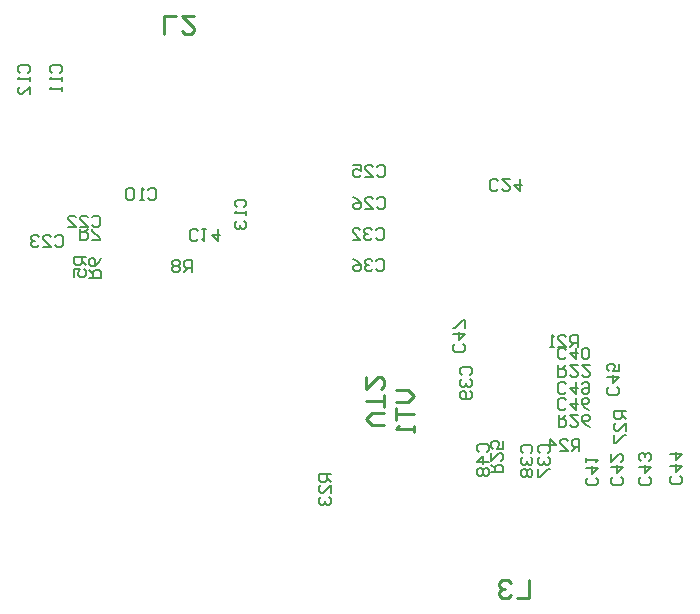
<source format=gbr>
%TF.GenerationSoftware,Altium Limited,Altium Designer,22.5.1 (42)*%
G04 Layer_Color=32896*
%FSLAX44Y44*%
%MOMM*%
%TF.SameCoordinates,B102F14A-A54C-4FC6-BF91-0F17097562DF*%
%TF.FilePolarity,Positive*%
%TF.FileFunction,Other,Bottom_Designator*%
%TF.Part,Single*%
G01*
G75*
%TA.AperFunction,NonConductor*%
%ADD68C,0.2000*%
%ADD71C,0.2540*%
%ADD72C,0.1270*%
D68*
X-313250Y105750D02*
X-323247D01*
Y100752D01*
X-321581Y99086D01*
X-318248D01*
X-316582Y100752D01*
Y105750D01*
Y102418D02*
X-313250Y99086D01*
X-323247Y89089D02*
Y95753D01*
X-318248D01*
X-319914Y92421D01*
Y90755D01*
X-318248Y89089D01*
X-314916D01*
X-313250Y90755D01*
Y94087D01*
X-314916Y95753D01*
X-369081Y262085D02*
X-370747Y263752D01*
Y267084D01*
X-369081Y268750D01*
X-362416D01*
X-360750Y267084D01*
Y263752D01*
X-362416Y262085D01*
X-360750Y258753D02*
Y255421D01*
Y257087D01*
X-370747D01*
X-369081Y258753D01*
X-360750Y243758D02*
Y250423D01*
X-367415Y243758D01*
X-369081D01*
X-370747Y245424D01*
Y248756D01*
X-369081Y250423D01*
X-341831Y262085D02*
X-343497Y263752D01*
Y267084D01*
X-341831Y268750D01*
X-335166D01*
X-333500Y267084D01*
Y263752D01*
X-335166Y262085D01*
X-333500Y258753D02*
Y255421D01*
Y257087D01*
X-343497D01*
X-341831Y258753D01*
X-333500Y250422D02*
Y247090D01*
Y248756D01*
X-343497D01*
X-341831Y250422D01*
X35824Y163619D02*
X34158Y161953D01*
X30826D01*
X29160Y163619D01*
Y170284D01*
X30826Y171950D01*
X34158D01*
X35824Y170284D01*
X45821Y171950D02*
X39157D01*
X45821Y165285D01*
Y163619D01*
X44155Y161953D01*
X40823D01*
X39157Y163619D01*
X54152Y171950D02*
Y161953D01*
X49153Y166952D01*
X55818D01*
X-185581Y148085D02*
X-187247Y149752D01*
Y153084D01*
X-185581Y154750D01*
X-178916D01*
X-177250Y153084D01*
Y149752D01*
X-178916Y148085D01*
X-177250Y144753D02*
Y141421D01*
Y143087D01*
X-187247D01*
X-185581Y144753D01*
Y136423D02*
X-187247Y134756D01*
Y131424D01*
X-185581Y129758D01*
X-183915D01*
X-182248Y131424D01*
Y133090D01*
Y131424D01*
X-180582Y129758D01*
X-178916D01*
X-177250Y131424D01*
Y134756D01*
X-178916Y136423D01*
X-67165Y102581D02*
X-65498Y104247D01*
X-62166D01*
X-60500Y102581D01*
Y95916D01*
X-62166Y94250D01*
X-65498D01*
X-67165Y95916D01*
X-70497Y102581D02*
X-72163Y104247D01*
X-75495D01*
X-77161Y102581D01*
Y100915D01*
X-75495Y99249D01*
X-73829D01*
X-75495D01*
X-77161Y97582D01*
Y95916D01*
X-75495Y94250D01*
X-72163D01*
X-70497Y95916D01*
X-87158Y104247D02*
X-83826Y102581D01*
X-80494Y99249D01*
Y95916D01*
X-82160Y94250D01*
X-85492D01*
X-87158Y95916D01*
Y97582D01*
X-85492Y99249D01*
X-80494D01*
X-67415Y128831D02*
X-65749Y130497D01*
X-62416D01*
X-60750Y128831D01*
Y122166D01*
X-62416Y120500D01*
X-65749D01*
X-67415Y122166D01*
X-70747Y128831D02*
X-72413Y130497D01*
X-75745D01*
X-77411Y128831D01*
Y127165D01*
X-75745Y125499D01*
X-74079D01*
X-75745D01*
X-77411Y123832D01*
Y122166D01*
X-75745Y120500D01*
X-72413D01*
X-70747Y122166D01*
X-87408Y120500D02*
X-80744D01*
X-87408Y127165D01*
Y128831D01*
X-85742Y130497D01*
X-82410D01*
X-80744Y128831D01*
X-66665Y155331D02*
X-64998Y156997D01*
X-61666D01*
X-60000Y155331D01*
Y148666D01*
X-61666Y147000D01*
X-64998D01*
X-66665Y148666D01*
X-76661Y147000D02*
X-69997D01*
X-76661Y153665D01*
Y155331D01*
X-74995Y156997D01*
X-71663D01*
X-69997Y155331D01*
X-86658Y156997D02*
X-83326Y155331D01*
X-79994Y151999D01*
Y148666D01*
X-81660Y147000D01*
X-84992D01*
X-86658Y148666D01*
Y150332D01*
X-84992Y151999D01*
X-79994D01*
X-66665Y182331D02*
X-64998Y183997D01*
X-61666D01*
X-60000Y182331D01*
Y175666D01*
X-61666Y174000D01*
X-64998D01*
X-66665Y175666D01*
X-76661Y174000D02*
X-69997D01*
X-76661Y180665D01*
Y182331D01*
X-74995Y183997D01*
X-71663D01*
X-69997Y182331D01*
X-86658Y183997D02*
X-79994D01*
Y178999D01*
X-83326Y180665D01*
X-84992D01*
X-86658Y178999D01*
Y175666D01*
X-84992Y174000D01*
X-81660D01*
X-79994Y175666D01*
X29750Y-76250D02*
X39747D01*
Y-71252D01*
X38081Y-69585D01*
X34748D01*
X33082Y-71252D01*
Y-76250D01*
Y-72918D02*
X29750Y-69585D01*
Y-59589D02*
Y-66253D01*
X36414Y-59589D01*
X38081D01*
X39747Y-61255D01*
Y-64587D01*
X38081Y-66253D01*
X39747Y-49592D02*
Y-56256D01*
X34748D01*
X36414Y-52924D01*
Y-51258D01*
X34748Y-49592D01*
X31416D01*
X29750Y-51258D01*
Y-54590D01*
X31416Y-56256D01*
X139831Y-80336D02*
X141497Y-82002D01*
Y-85334D01*
X139831Y-87000D01*
X133166D01*
X131500Y-85334D01*
Y-82002D01*
X133166Y-80336D01*
X131500Y-72005D02*
X141497D01*
X136498Y-77003D01*
Y-70339D01*
X131500Y-60342D02*
Y-67006D01*
X138165Y-60342D01*
X139831D01*
X141497Y-62008D01*
Y-65340D01*
X139831Y-67006D01*
X118831Y-80585D02*
X120497Y-82252D01*
Y-85584D01*
X118831Y-87250D01*
X112166D01*
X110500Y-85584D01*
Y-82252D01*
X112166Y-80585D01*
X110500Y-72255D02*
X120497D01*
X115498Y-77253D01*
Y-70589D01*
X110500Y-67256D02*
Y-63924D01*
Y-65590D01*
X120497D01*
X118831Y-67256D01*
X189831Y-79335D02*
X191497Y-81002D01*
Y-84334D01*
X189831Y-86000D01*
X183166D01*
X181500Y-84334D01*
Y-81002D01*
X183166Y-79335D01*
X181500Y-71005D02*
X191497D01*
X186498Y-76003D01*
Y-69339D01*
X181500Y-61008D02*
X191497D01*
X186498Y-66006D01*
Y-59342D01*
X163831Y-79836D02*
X165497Y-81502D01*
Y-84834D01*
X163831Y-86500D01*
X157166D01*
X155500Y-84834D01*
Y-81502D01*
X157166Y-79836D01*
X155500Y-71505D02*
X165497D01*
X160498Y-76503D01*
Y-69839D01*
X163831Y-66507D02*
X165497Y-64840D01*
Y-61508D01*
X163831Y-59842D01*
X162164D01*
X160498Y-61508D01*
Y-63174D01*
Y-61508D01*
X158832Y-59842D01*
X157166D01*
X155500Y-61508D01*
Y-64840D01*
X157166Y-66507D01*
D71*
X-50547Y-6696D02*
X-40391D01*
X-35312Y-11774D01*
X-40391Y-16853D01*
X-50547D01*
Y-21931D02*
Y-32088D01*
Y-27009D01*
X-35312D01*
Y-37166D02*
Y-42244D01*
Y-39705D01*
X-50547D01*
X-48008Y-37166D01*
X61710Y-167225D02*
Y-182460D01*
X51553D01*
X46475Y-169764D02*
X43936Y-167225D01*
X38857D01*
X36318Y-169764D01*
Y-172303D01*
X38857Y-174842D01*
X41397D01*
X38857D01*
X36318Y-177382D01*
Y-179921D01*
X38857Y-182460D01*
X43936D01*
X46475Y-179921D01*
X-246946Y294882D02*
Y310117D01*
X-236789D01*
X-221554D02*
X-231711D01*
X-221554Y299961D01*
Y297422D01*
X-224093Y294882D01*
X-229172D01*
X-231711Y297422D01*
X-60703Y-36093D02*
X-70859D01*
X-75938Y-31015D01*
X-70859Y-25937D01*
X-60703D01*
Y-20858D02*
Y-10702D01*
Y-15780D01*
X-75938D01*
Y4533D02*
Y-5623D01*
X-65781Y4533D01*
X-63242D01*
X-60703Y1994D01*
Y-3084D01*
X-63242Y-5623D01*
D72*
X-260435Y162601D02*
X-258769Y164267D01*
X-255436D01*
X-253770Y162601D01*
Y155936D01*
X-255436Y154270D01*
X-258769D01*
X-260435Y155936D01*
X-263767Y154270D02*
X-267099D01*
X-265433D01*
Y164267D01*
X-263767Y162601D01*
X-272097D02*
X-273764Y164267D01*
X-277096D01*
X-278762Y162601D01*
Y155936D01*
X-277096Y154270D01*
X-273764D01*
X-272097Y155936D01*
Y162601D01*
X-339435Y122851D02*
X-337769Y124517D01*
X-334436D01*
X-332770Y122851D01*
Y116186D01*
X-334436Y114520D01*
X-337769D01*
X-339435Y116186D01*
X-349431Y114520D02*
X-342767D01*
X-349431Y121185D01*
Y122851D01*
X-347765Y124517D01*
X-344433D01*
X-342767Y122851D01*
X-352764D02*
X-354430Y124517D01*
X-357762D01*
X-359428Y122851D01*
Y121185D01*
X-357762Y119518D01*
X-356096D01*
X-357762D01*
X-359428Y117852D01*
Y116186D01*
X-357762Y114520D01*
X-354430D01*
X-352764Y116186D01*
X-318230Y130230D02*
Y120233D01*
X-313232D01*
X-311565Y121899D01*
Y125232D01*
X-313232Y126898D01*
X-318230D01*
X-314898D02*
X-311565Y130230D01*
X-308233Y120233D02*
X-301569D01*
Y121899D01*
X-308233Y128564D01*
Y130230D01*
X-308185Y139601D02*
X-306518Y141267D01*
X-303186D01*
X-301520Y139601D01*
Y132936D01*
X-303186Y131270D01*
X-306518D01*
X-308185Y132936D01*
X-318181Y131270D02*
X-311517D01*
X-318181Y137935D01*
Y139601D01*
X-316515Y141267D01*
X-313183D01*
X-311517Y139601D01*
X-328178Y131270D02*
X-321514D01*
X-328178Y137935D01*
Y139601D01*
X-326512Y141267D01*
X-323180D01*
X-321514Y139601D01*
X-310480Y88270D02*
X-300483D01*
Y93268D01*
X-302149Y94935D01*
X-305482D01*
X-307148Y93268D01*
Y88270D01*
Y91602D02*
X-310480Y94935D01*
X-300483Y104931D02*
X-302149Y101599D01*
X-305482Y98267D01*
X-308814D01*
X-310480Y99933D01*
Y103265D01*
X-308814Y104931D01*
X-307148D01*
X-305482Y103265D01*
Y98267D01*
X-223520Y93520D02*
Y103517D01*
X-228518D01*
X-230184Y101851D01*
Y98518D01*
X-228518Y96852D01*
X-223520D01*
X-226852D02*
X-230184Y93520D01*
X-233517Y101851D02*
X-235183Y103517D01*
X-238515D01*
X-240181Y101851D01*
Y100184D01*
X-238515Y98518D01*
X-240181Y96852D01*
Y95186D01*
X-238515Y93520D01*
X-235183D01*
X-233517Y95186D01*
Y96852D01*
X-235183Y98518D01*
X-233517Y100184D01*
Y101851D01*
X-235183Y98518D02*
X-238515D01*
X-218315Y121399D02*
X-219981Y119733D01*
X-223314D01*
X-224980Y121399D01*
Y128064D01*
X-223314Y129730D01*
X-219981D01*
X-218315Y128064D01*
X-214983Y129730D02*
X-211651D01*
X-213317D01*
Y119733D01*
X-214983Y121399D01*
X-201654Y129730D02*
Y119733D01*
X-206653Y124732D01*
X-199988D01*
X6351Y32435D02*
X8017Y30768D01*
Y27436D01*
X6351Y25770D01*
X-314D01*
X-1980Y27436D01*
Y30768D01*
X-314Y32435D01*
X-1980Y40765D02*
X8017D01*
X3018Y35767D01*
Y42431D01*
X8017Y45764D02*
Y52428D01*
X6351D01*
X-314Y45764D01*
X-1980D01*
X5399Y6065D02*
X3733Y7732D01*
Y11064D01*
X5399Y12730D01*
X12064D01*
X13730Y11064D01*
Y7732D01*
X12064Y6065D01*
X5399Y2733D02*
X3733Y1067D01*
Y-2265D01*
X5399Y-3931D01*
X7065D01*
X8731Y-2265D01*
Y-599D01*
Y-2265D01*
X10398Y-3931D01*
X12064D01*
X13730Y-2265D01*
Y1067D01*
X12064Y2733D01*
Y-7264D02*
X13730Y-8930D01*
Y-12262D01*
X12064Y-13928D01*
X5399D01*
X3733Y-12262D01*
Y-8930D01*
X5399Y-7264D01*
X7065D01*
X8731Y-8930D01*
Y-13928D01*
X19649Y-59185D02*
X17983Y-57519D01*
Y-54186D01*
X19649Y-52520D01*
X26314D01*
X27980Y-54186D01*
Y-57519D01*
X26314Y-59185D01*
X27980Y-67515D02*
X17983D01*
X22982Y-62517D01*
Y-69181D01*
X19649Y-72514D02*
X17983Y-74180D01*
Y-77512D01*
X19649Y-79178D01*
X21315D01*
X22982Y-77512D01*
X24648Y-79178D01*
X26314D01*
X27980Y-77512D01*
Y-74180D01*
X26314Y-72514D01*
X24648D01*
X22982Y-74180D01*
X21315Y-72514D01*
X19649D01*
X22982Y-74180D02*
Y-77512D01*
X56649Y-59935D02*
X54983Y-58268D01*
Y-54936D01*
X56649Y-53270D01*
X63314D01*
X64980Y-54936D01*
Y-58268D01*
X63314Y-59935D01*
X56649Y-63267D02*
X54983Y-64933D01*
Y-68265D01*
X56649Y-69931D01*
X58315D01*
X59981Y-68265D01*
Y-66599D01*
Y-68265D01*
X61648Y-69931D01*
X63314D01*
X64980Y-68265D01*
Y-64933D01*
X63314Y-63267D01*
X56649Y-73264D02*
X54983Y-74930D01*
Y-78262D01*
X56649Y-79928D01*
X58315D01*
X59981Y-78262D01*
X61648Y-79928D01*
X63314D01*
X64980Y-78262D01*
Y-74930D01*
X63314Y-73264D01*
X61648D01*
X59981Y-74930D01*
X58315Y-73264D01*
X56649D01*
X59981Y-74930D02*
Y-78262D01*
X-105520Y-77270D02*
X-115517D01*
Y-82268D01*
X-113851Y-83935D01*
X-110519D01*
X-108852Y-82268D01*
Y-77270D01*
Y-80602D02*
X-105520Y-83935D01*
Y-93931D02*
Y-87267D01*
X-112185Y-93931D01*
X-113851D01*
X-115517Y-92265D01*
Y-88933D01*
X-113851Y-87267D01*
Y-97264D02*
X-115517Y-98930D01*
Y-102262D01*
X-113851Y-103928D01*
X-112185D01*
X-110519Y-102262D01*
Y-100596D01*
Y-102262D01*
X-108852Y-103928D01*
X-107186D01*
X-105520Y-102262D01*
Y-98930D01*
X-107186Y-97264D01*
X71649Y-59935D02*
X69983Y-58268D01*
Y-54936D01*
X71649Y-53270D01*
X78314D01*
X79980Y-54936D01*
Y-58268D01*
X78314Y-59935D01*
X71649Y-63267D02*
X69983Y-64933D01*
Y-68265D01*
X71649Y-69931D01*
X73315D01*
X74981Y-68265D01*
Y-66599D01*
Y-68265D01*
X76648Y-69931D01*
X78314D01*
X79980Y-68265D01*
Y-64933D01*
X78314Y-63267D01*
X69983Y-73264D02*
Y-79928D01*
X71649D01*
X78314Y-73264D01*
X79980D01*
X136601Y-4065D02*
X138267Y-5732D01*
Y-9064D01*
X136601Y-10730D01*
X129936D01*
X128270Y-9064D01*
Y-5732D01*
X129936Y-4065D01*
X128270Y4265D02*
X138267D01*
X133268Y-733D01*
Y5931D01*
X138267Y15928D02*
Y9264D01*
X133268D01*
X134935Y12596D01*
Y14262D01*
X133268Y15928D01*
X129936D01*
X128270Y14262D01*
Y10930D01*
X129936Y9264D01*
X143980Y-24520D02*
X133983D01*
Y-29518D01*
X135649Y-31184D01*
X138982D01*
X140648Y-29518D01*
Y-24520D01*
Y-27852D02*
X143980Y-31184D01*
Y-41181D02*
Y-34517D01*
X137315Y-41181D01*
X135649D01*
X133983Y-39515D01*
Y-36183D01*
X135649Y-34517D01*
X133983Y-44514D02*
Y-51178D01*
X135649D01*
X142314Y-44514D01*
X143980D01*
X104730Y-57730D02*
Y-47733D01*
X99732D01*
X98066Y-49399D01*
Y-52732D01*
X99732Y-54398D01*
X104730D01*
X101398D02*
X98066Y-57730D01*
X88069D02*
X94733D01*
X88069Y-51066D01*
Y-49399D01*
X89735Y-47733D01*
X93067D01*
X94733Y-49399D01*
X79738Y-57730D02*
Y-47733D01*
X84736Y-52732D01*
X78072D01*
X93185Y-8101D02*
X91518Y-9767D01*
X88186D01*
X86520Y-8101D01*
Y-1436D01*
X88186Y230D01*
X91518D01*
X93185Y-1436D01*
X101515Y230D02*
Y-9767D01*
X96517Y-4769D01*
X103181D01*
X106514Y-1436D02*
X108180Y230D01*
X111512D01*
X113178Y-1436D01*
Y-8101D01*
X111512Y-9767D01*
X108180D01*
X106514Y-8101D01*
Y-6435D01*
X108180Y-4769D01*
X113178D01*
X86770Y14480D02*
Y4483D01*
X91768D01*
X93434Y6149D01*
Y9482D01*
X91768Y11148D01*
X86770D01*
X90102D02*
X93434Y14480D01*
X103431D02*
X96767D01*
X103431Y7815D01*
Y6149D01*
X101765Y4483D01*
X98433D01*
X96767Y6149D01*
X113428Y14480D02*
X106763D01*
X113428Y7815D01*
Y6149D01*
X111762Y4483D01*
X108430D01*
X106763Y6149D01*
X93185Y21149D02*
X91518Y19483D01*
X88186D01*
X86520Y21149D01*
Y27814D01*
X88186Y29480D01*
X91518D01*
X93185Y27814D01*
X101515Y29480D02*
Y19483D01*
X96517Y24481D01*
X103181D01*
X106514Y21149D02*
X108180Y19483D01*
X111512D01*
X113178Y21149D01*
Y27814D01*
X111512Y29480D01*
X108180D01*
X106514Y27814D01*
Y21149D01*
X103480Y30270D02*
Y40267D01*
X98482D01*
X96816Y38601D01*
Y35268D01*
X98482Y33602D01*
X103480D01*
X100148D02*
X96816Y30270D01*
X86819D02*
X93483D01*
X86819Y36934D01*
Y38601D01*
X88485Y40267D01*
X91817D01*
X93483Y38601D01*
X83486Y30270D02*
X80154D01*
X81820D01*
Y40267D01*
X83486Y38601D01*
X87020Y-28020D02*
Y-38017D01*
X92018D01*
X93684Y-36351D01*
Y-33018D01*
X92018Y-31352D01*
X87020D01*
X90352D02*
X93684Y-28020D01*
X103681D02*
X97017D01*
X103681Y-34685D01*
Y-36351D01*
X102015Y-38017D01*
X98683D01*
X97017Y-36351D01*
X113678Y-38017D02*
X110346Y-36351D01*
X107014Y-33018D01*
Y-29686D01*
X108680Y-28020D01*
X112012D01*
X113678Y-29686D01*
Y-31352D01*
X112012Y-33018D01*
X107014D01*
X93185Y-21851D02*
X91518Y-23517D01*
X88186D01*
X86520Y-21851D01*
Y-15186D01*
X88186Y-13520D01*
X91518D01*
X93185Y-15186D01*
X101515Y-13520D02*
Y-23517D01*
X96517Y-18519D01*
X103181D01*
X113178Y-23517D02*
X109846Y-21851D01*
X106514Y-18519D01*
Y-15186D01*
X108180Y-13520D01*
X111512D01*
X113178Y-15186D01*
Y-16852D01*
X111512Y-18519D01*
X106514D01*
%TF.MD5,6e3f462df3130cc22d3f6fefdd74fdf3*%
M02*

</source>
